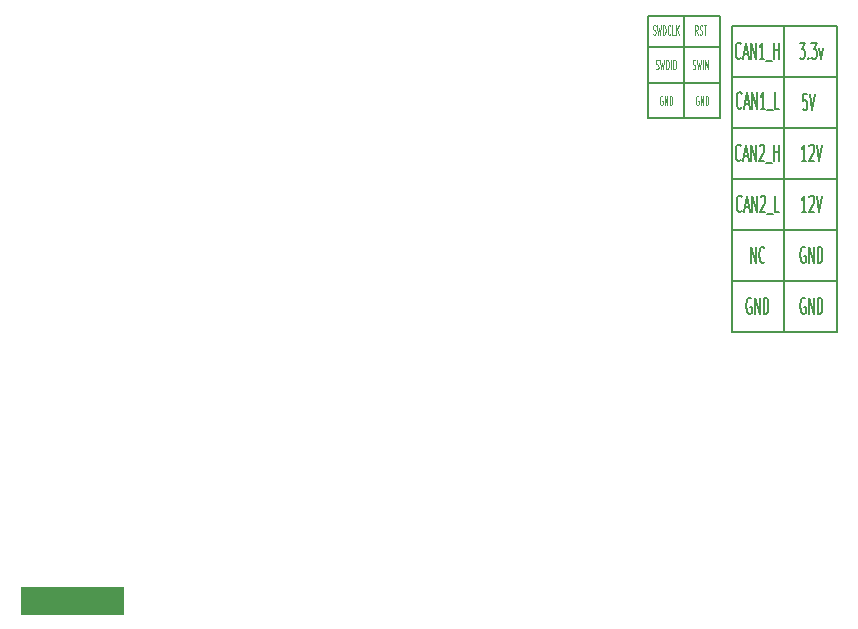
<source format=gbr>
%TF.GenerationSoftware,KiCad,Pcbnew,(5.1.8)-1*%
%TF.CreationDate,2021-11-01T21:13:11+01:00*%
%TF.ProjectId,Dashboard,44617368-626f-4617-9264-2e6b69636164,rev?*%
%TF.SameCoordinates,Original*%
%TF.FileFunction,OtherDrawing,Comment*%
%FSLAX46Y46*%
G04 Gerber Fmt 4.6, Leading zero omitted, Abs format (unit mm)*
G04 Created by KiCad (PCBNEW (5.1.8)-1) date 2021-11-01 21:13:11*
%MOMM*%
%LPD*%
G01*
G04 APERTURE LIST*
%ADD10C,0.175000*%
%ADD11C,0.150000*%
%ADD12C,0.100000*%
%ADD13C,0.010000*%
G04 APERTURE END LIST*
D10*
X240358666Y-53719333D02*
X239958666Y-53719333D01*
X240158666Y-53719333D02*
X240158666Y-52319333D01*
X240092000Y-52519333D01*
X240025333Y-52652666D01*
X239958666Y-52719333D01*
X240625333Y-52452666D02*
X240658666Y-52386000D01*
X240725333Y-52319333D01*
X240892000Y-52319333D01*
X240958666Y-52386000D01*
X240992000Y-52452666D01*
X241025333Y-52586000D01*
X241025333Y-52719333D01*
X240992000Y-52919333D01*
X240592000Y-53719333D01*
X241025333Y-53719333D01*
X241225333Y-52319333D02*
X241458666Y-53719333D01*
X241692000Y-52319333D01*
X235686666Y-61022000D02*
X235620000Y-60955333D01*
X235520000Y-60955333D01*
X235420000Y-61022000D01*
X235353333Y-61155333D01*
X235320000Y-61288666D01*
X235286666Y-61555333D01*
X235286666Y-61755333D01*
X235320000Y-62022000D01*
X235353333Y-62155333D01*
X235420000Y-62288666D01*
X235520000Y-62355333D01*
X235586666Y-62355333D01*
X235686666Y-62288666D01*
X235720000Y-62222000D01*
X235720000Y-61755333D01*
X235586666Y-61755333D01*
X236020000Y-62355333D02*
X236020000Y-60955333D01*
X236420000Y-62355333D01*
X236420000Y-60955333D01*
X236753333Y-62355333D02*
X236753333Y-60955333D01*
X236920000Y-60955333D01*
X237020000Y-61022000D01*
X237086666Y-61155333D01*
X237120000Y-61288666D01*
X237153333Y-61555333D01*
X237153333Y-61755333D01*
X237120000Y-62022000D01*
X237086666Y-62155333D01*
X237020000Y-62288666D01*
X236920000Y-62355333D01*
X236753333Y-62355333D01*
X240258666Y-61022000D02*
X240192000Y-60955333D01*
X240092000Y-60955333D01*
X239992000Y-61022000D01*
X239925333Y-61155333D01*
X239892000Y-61288666D01*
X239858666Y-61555333D01*
X239858666Y-61755333D01*
X239892000Y-62022000D01*
X239925333Y-62155333D01*
X239992000Y-62288666D01*
X240092000Y-62355333D01*
X240158666Y-62355333D01*
X240258666Y-62288666D01*
X240292000Y-62222000D01*
X240292000Y-61755333D01*
X240158666Y-61755333D01*
X240592000Y-62355333D02*
X240592000Y-60955333D01*
X240992000Y-62355333D01*
X240992000Y-60955333D01*
X241325333Y-62355333D02*
X241325333Y-60955333D01*
X241492000Y-60955333D01*
X241592000Y-61022000D01*
X241658666Y-61155333D01*
X241692000Y-61288666D01*
X241725333Y-61555333D01*
X241725333Y-61755333D01*
X241692000Y-62022000D01*
X241658666Y-62155333D01*
X241592000Y-62288666D01*
X241492000Y-62355333D01*
X241325333Y-62355333D01*
X235670000Y-58037333D02*
X235670000Y-56637333D01*
X236070000Y-58037333D01*
X236070000Y-56637333D01*
X236803333Y-57904000D02*
X236770000Y-57970666D01*
X236670000Y-58037333D01*
X236603333Y-58037333D01*
X236503333Y-57970666D01*
X236436666Y-57837333D01*
X236403333Y-57704000D01*
X236370000Y-57437333D01*
X236370000Y-57237333D01*
X236403333Y-56970666D01*
X236436666Y-56837333D01*
X236503333Y-56704000D01*
X236603333Y-56637333D01*
X236670000Y-56637333D01*
X236770000Y-56704000D01*
X236803333Y-56770666D01*
X240258666Y-56704000D02*
X240192000Y-56637333D01*
X240092000Y-56637333D01*
X239992000Y-56704000D01*
X239925333Y-56837333D01*
X239892000Y-56970666D01*
X239858666Y-57237333D01*
X239858666Y-57437333D01*
X239892000Y-57704000D01*
X239925333Y-57837333D01*
X239992000Y-57970666D01*
X240092000Y-58037333D01*
X240158666Y-58037333D01*
X240258666Y-57970666D01*
X240292000Y-57904000D01*
X240292000Y-57437333D01*
X240158666Y-57437333D01*
X240592000Y-58037333D02*
X240592000Y-56637333D01*
X240992000Y-58037333D01*
X240992000Y-56637333D01*
X241325333Y-58037333D02*
X241325333Y-56637333D01*
X241492000Y-56637333D01*
X241592000Y-56704000D01*
X241658666Y-56837333D01*
X241692000Y-56970666D01*
X241725333Y-57237333D01*
X241725333Y-57437333D01*
X241692000Y-57704000D01*
X241658666Y-57837333D01*
X241592000Y-57970666D01*
X241492000Y-58037333D01*
X241325333Y-58037333D01*
X240404666Y-43683333D02*
X240071333Y-43683333D01*
X240038000Y-44350000D01*
X240071333Y-44283333D01*
X240138000Y-44216666D01*
X240304666Y-44216666D01*
X240371333Y-44283333D01*
X240404666Y-44350000D01*
X240438000Y-44483333D01*
X240438000Y-44816666D01*
X240404666Y-44950000D01*
X240371333Y-45016666D01*
X240304666Y-45083333D01*
X240138000Y-45083333D01*
X240071333Y-45016666D01*
X240038000Y-44950000D01*
X240638000Y-43683333D02*
X240871333Y-45083333D01*
X241104666Y-43683333D01*
X240358666Y-49401333D02*
X239958666Y-49401333D01*
X240158666Y-49401333D02*
X240158666Y-48001333D01*
X240092000Y-48201333D01*
X240025333Y-48334666D01*
X239958666Y-48401333D01*
X240625333Y-48134666D02*
X240658666Y-48068000D01*
X240725333Y-48001333D01*
X240892000Y-48001333D01*
X240958666Y-48068000D01*
X240992000Y-48134666D01*
X241025333Y-48268000D01*
X241025333Y-48401333D01*
X240992000Y-48601333D01*
X240592000Y-49401333D01*
X241025333Y-49401333D01*
X241225333Y-48001333D02*
X241458666Y-49401333D01*
X241692000Y-48001333D01*
X239792000Y-39365333D02*
X240225333Y-39365333D01*
X239992000Y-39898666D01*
X240092000Y-39898666D01*
X240158666Y-39965333D01*
X240192000Y-40032000D01*
X240225333Y-40165333D01*
X240225333Y-40498666D01*
X240192000Y-40632000D01*
X240158666Y-40698666D01*
X240092000Y-40765333D01*
X239892000Y-40765333D01*
X239825333Y-40698666D01*
X239792000Y-40632000D01*
X240525333Y-40632000D02*
X240558666Y-40698666D01*
X240525333Y-40765333D01*
X240492000Y-40698666D01*
X240525333Y-40632000D01*
X240525333Y-40765333D01*
X240792000Y-39365333D02*
X241225333Y-39365333D01*
X240992000Y-39898666D01*
X241092000Y-39898666D01*
X241158666Y-39965333D01*
X241192000Y-40032000D01*
X241225333Y-40165333D01*
X241225333Y-40498666D01*
X241192000Y-40632000D01*
X241158666Y-40698666D01*
X241092000Y-40765333D01*
X240892000Y-40765333D01*
X240825333Y-40698666D01*
X240792000Y-40632000D01*
X241458666Y-39832000D02*
X241625333Y-40765333D01*
X241792000Y-39832000D01*
X234886666Y-53586000D02*
X234853333Y-53652666D01*
X234753333Y-53719333D01*
X234686666Y-53719333D01*
X234586666Y-53652666D01*
X234520000Y-53519333D01*
X234486666Y-53386000D01*
X234453333Y-53119333D01*
X234453333Y-52919333D01*
X234486666Y-52652666D01*
X234520000Y-52519333D01*
X234586666Y-52386000D01*
X234686666Y-52319333D01*
X234753333Y-52319333D01*
X234853333Y-52386000D01*
X234886666Y-52452666D01*
X235153333Y-53319333D02*
X235486666Y-53319333D01*
X235086666Y-53719333D02*
X235320000Y-52319333D01*
X235553333Y-53719333D01*
X235786666Y-53719333D02*
X235786666Y-52319333D01*
X236186666Y-53719333D01*
X236186666Y-52319333D01*
X236486666Y-52452666D02*
X236520000Y-52386000D01*
X236586666Y-52319333D01*
X236753333Y-52319333D01*
X236820000Y-52386000D01*
X236853333Y-52452666D01*
X236886666Y-52586000D01*
X236886666Y-52719333D01*
X236853333Y-52919333D01*
X236453333Y-53719333D01*
X236886666Y-53719333D01*
X237020000Y-53852666D02*
X237553333Y-53852666D01*
X238053333Y-53719333D02*
X237720000Y-53719333D01*
X237720000Y-52319333D01*
X234803333Y-49268000D02*
X234770000Y-49334666D01*
X234670000Y-49401333D01*
X234603333Y-49401333D01*
X234503333Y-49334666D01*
X234436666Y-49201333D01*
X234403333Y-49068000D01*
X234370000Y-48801333D01*
X234370000Y-48601333D01*
X234403333Y-48334666D01*
X234436666Y-48201333D01*
X234503333Y-48068000D01*
X234603333Y-48001333D01*
X234670000Y-48001333D01*
X234770000Y-48068000D01*
X234803333Y-48134666D01*
X235070000Y-49001333D02*
X235403333Y-49001333D01*
X235003333Y-49401333D02*
X235236666Y-48001333D01*
X235470000Y-49401333D01*
X235703333Y-49401333D02*
X235703333Y-48001333D01*
X236103333Y-49401333D01*
X236103333Y-48001333D01*
X236403333Y-48134666D02*
X236436666Y-48068000D01*
X236503333Y-48001333D01*
X236670000Y-48001333D01*
X236736666Y-48068000D01*
X236770000Y-48134666D01*
X236803333Y-48268000D01*
X236803333Y-48401333D01*
X236770000Y-48601333D01*
X236370000Y-49401333D01*
X236803333Y-49401333D01*
X236936666Y-49534666D02*
X237470000Y-49534666D01*
X237636666Y-49401333D02*
X237636666Y-48001333D01*
X237636666Y-48668000D02*
X238036666Y-48668000D01*
X238036666Y-49401333D02*
X238036666Y-48001333D01*
X234886666Y-44828500D02*
X234853333Y-44895166D01*
X234753333Y-44961833D01*
X234686666Y-44961833D01*
X234586666Y-44895166D01*
X234520000Y-44761833D01*
X234486666Y-44628500D01*
X234453333Y-44361833D01*
X234453333Y-44161833D01*
X234486666Y-43895166D01*
X234520000Y-43761833D01*
X234586666Y-43628500D01*
X234686666Y-43561833D01*
X234753333Y-43561833D01*
X234853333Y-43628500D01*
X234886666Y-43695166D01*
X235153333Y-44561833D02*
X235486666Y-44561833D01*
X235086666Y-44961833D02*
X235320000Y-43561833D01*
X235553333Y-44961833D01*
X235786666Y-44961833D02*
X235786666Y-43561833D01*
X236186666Y-44961833D01*
X236186666Y-43561833D01*
X236886666Y-44961833D02*
X236486666Y-44961833D01*
X236686666Y-44961833D02*
X236686666Y-43561833D01*
X236620000Y-43761833D01*
X236553333Y-43895166D01*
X236486666Y-43961833D01*
X237020000Y-45095166D02*
X237553333Y-45095166D01*
X238053333Y-44961833D02*
X237720000Y-44961833D01*
X237720000Y-43561833D01*
X234803333Y-40632000D02*
X234770000Y-40698666D01*
X234670000Y-40765333D01*
X234603333Y-40765333D01*
X234503333Y-40698666D01*
X234436666Y-40565333D01*
X234403333Y-40432000D01*
X234370000Y-40165333D01*
X234370000Y-39965333D01*
X234403333Y-39698666D01*
X234436666Y-39565333D01*
X234503333Y-39432000D01*
X234603333Y-39365333D01*
X234670000Y-39365333D01*
X234770000Y-39432000D01*
X234803333Y-39498666D01*
X235070000Y-40365333D02*
X235403333Y-40365333D01*
X235003333Y-40765333D02*
X235236666Y-39365333D01*
X235470000Y-40765333D01*
X235703333Y-40765333D02*
X235703333Y-39365333D01*
X236103333Y-40765333D01*
X236103333Y-39365333D01*
X236803333Y-40765333D02*
X236403333Y-40765333D01*
X236603333Y-40765333D02*
X236603333Y-39365333D01*
X236536666Y-39565333D01*
X236470000Y-39698666D01*
X236403333Y-39765333D01*
X236936666Y-40898666D02*
X237470000Y-40898666D01*
X237636666Y-40765333D02*
X237636666Y-39365333D01*
X237636666Y-40032000D02*
X238036666Y-40032000D01*
X238036666Y-40765333D02*
X238036666Y-39365333D01*
D11*
X238506000Y-42240200D02*
X238506000Y-37947600D01*
X234061000Y-42240200D02*
X242951000Y-42240200D01*
X242951000Y-42240200D02*
X242951000Y-37947600D01*
X242951000Y-37947600D02*
X234086400Y-37947600D01*
X234061000Y-37947600D02*
X234061000Y-42240200D01*
X238506000Y-46558200D02*
X238506000Y-42265600D01*
X242951000Y-42265600D02*
X234086400Y-42265600D01*
X234061000Y-37922200D02*
X242951000Y-37922200D01*
X234061000Y-42265600D02*
X234061000Y-46558200D01*
X242951000Y-46558200D02*
X242951000Y-42265600D01*
X234061000Y-46558200D02*
X242951000Y-46558200D01*
X238506000Y-50876200D02*
X238506000Y-46583600D01*
X234061000Y-50876200D02*
X242951000Y-50876200D01*
X242951000Y-50876200D02*
X242951000Y-46583600D01*
X242951000Y-46583600D02*
X234086400Y-46583600D01*
X234061000Y-46583600D02*
X234061000Y-50876200D01*
X238506000Y-55194200D02*
X238506000Y-50901600D01*
X242951000Y-50901600D02*
X234086400Y-50901600D01*
X234061000Y-50901600D02*
X234061000Y-55194200D01*
X242951000Y-55194200D02*
X242951000Y-50901600D01*
X234061000Y-55194200D02*
X242951000Y-55194200D01*
X238506000Y-59512200D02*
X238506000Y-55219600D01*
X242951000Y-55219600D02*
X234086400Y-55219600D01*
X234061000Y-55219600D02*
X234061000Y-59512200D01*
X242951000Y-59512200D02*
X242951000Y-55219600D01*
X234061000Y-59512200D02*
X242951000Y-59512200D01*
X242951000Y-59537600D02*
X234086400Y-59537600D01*
X238506000Y-63830200D02*
X238506000Y-59537600D01*
X242951000Y-63830200D02*
X242951000Y-59537600D01*
X234061000Y-63830200D02*
X242951000Y-63830200D01*
X234061000Y-59537600D02*
X234061000Y-63830200D01*
D12*
X231216238Y-43923000D02*
X231178142Y-43884904D01*
X231121000Y-43884904D01*
X231063857Y-43923000D01*
X231025761Y-43999190D01*
X231006714Y-44075380D01*
X230987666Y-44227761D01*
X230987666Y-44342047D01*
X231006714Y-44494428D01*
X231025761Y-44570619D01*
X231063857Y-44646809D01*
X231121000Y-44684904D01*
X231159095Y-44684904D01*
X231216238Y-44646809D01*
X231235285Y-44608714D01*
X231235285Y-44342047D01*
X231159095Y-44342047D01*
X231406714Y-44684904D02*
X231406714Y-43884904D01*
X231635285Y-44684904D01*
X231635285Y-43884904D01*
X231825761Y-44684904D02*
X231825761Y-43884904D01*
X231921000Y-43884904D01*
X231978142Y-43923000D01*
X232016238Y-43999190D01*
X232035285Y-44075380D01*
X232054333Y-44227761D01*
X232054333Y-44342047D01*
X232035285Y-44494428D01*
X232016238Y-44570619D01*
X231978142Y-44646809D01*
X231921000Y-44684904D01*
X231825761Y-44684904D01*
X228168238Y-43923000D02*
X228130142Y-43884904D01*
X228073000Y-43884904D01*
X228015857Y-43923000D01*
X227977761Y-43999190D01*
X227958714Y-44075380D01*
X227939666Y-44227761D01*
X227939666Y-44342047D01*
X227958714Y-44494428D01*
X227977761Y-44570619D01*
X228015857Y-44646809D01*
X228073000Y-44684904D01*
X228111095Y-44684904D01*
X228168238Y-44646809D01*
X228187285Y-44608714D01*
X228187285Y-44342047D01*
X228111095Y-44342047D01*
X228358714Y-44684904D02*
X228358714Y-43884904D01*
X228587285Y-44684904D01*
X228587285Y-43884904D01*
X228777761Y-44684904D02*
X228777761Y-43884904D01*
X228873000Y-43884904D01*
X228930142Y-43923000D01*
X228968238Y-43999190D01*
X228987285Y-44075380D01*
X229006333Y-44227761D01*
X229006333Y-44342047D01*
X228987285Y-44494428D01*
X228968238Y-44570619D01*
X228930142Y-44646809D01*
X228873000Y-44684904D01*
X228777761Y-44684904D01*
X230727333Y-41598809D02*
X230784476Y-41636904D01*
X230879714Y-41636904D01*
X230917809Y-41598809D01*
X230936857Y-41560714D01*
X230955904Y-41484523D01*
X230955904Y-41408333D01*
X230936857Y-41332142D01*
X230917809Y-41294047D01*
X230879714Y-41255952D01*
X230803523Y-41217857D01*
X230765428Y-41179761D01*
X230746380Y-41141666D01*
X230727333Y-41065476D01*
X230727333Y-40989285D01*
X230746380Y-40913095D01*
X230765428Y-40875000D01*
X230803523Y-40836904D01*
X230898761Y-40836904D01*
X230955904Y-40875000D01*
X231089238Y-40836904D02*
X231184476Y-41636904D01*
X231260666Y-41065476D01*
X231336857Y-41636904D01*
X231432095Y-40836904D01*
X231584476Y-41636904D02*
X231584476Y-40836904D01*
X231774952Y-41636904D02*
X231774952Y-40836904D01*
X231908285Y-41408333D01*
X232041619Y-40836904D01*
X232041619Y-41636904D01*
X227625380Y-41598809D02*
X227682523Y-41636904D01*
X227777761Y-41636904D01*
X227815857Y-41598809D01*
X227834904Y-41560714D01*
X227853952Y-41484523D01*
X227853952Y-41408333D01*
X227834904Y-41332142D01*
X227815857Y-41294047D01*
X227777761Y-41255952D01*
X227701571Y-41217857D01*
X227663476Y-41179761D01*
X227644428Y-41141666D01*
X227625380Y-41065476D01*
X227625380Y-40989285D01*
X227644428Y-40913095D01*
X227663476Y-40875000D01*
X227701571Y-40836904D01*
X227796809Y-40836904D01*
X227853952Y-40875000D01*
X227987285Y-40836904D02*
X228082523Y-41636904D01*
X228158714Y-41065476D01*
X228234904Y-41636904D01*
X228330142Y-40836904D01*
X228482523Y-41636904D02*
X228482523Y-40836904D01*
X228577761Y-40836904D01*
X228634904Y-40875000D01*
X228673000Y-40951190D01*
X228692047Y-41027380D01*
X228711095Y-41179761D01*
X228711095Y-41294047D01*
X228692047Y-41446428D01*
X228673000Y-41522619D01*
X228634904Y-41598809D01*
X228577761Y-41636904D01*
X228482523Y-41636904D01*
X228882523Y-41636904D02*
X228882523Y-40836904D01*
X229149190Y-40836904D02*
X229225380Y-40836904D01*
X229263476Y-40875000D01*
X229301571Y-40951190D01*
X229320619Y-41103571D01*
X229320619Y-41370238D01*
X229301571Y-41522619D01*
X229263476Y-41598809D01*
X229225380Y-41636904D01*
X229149190Y-41636904D01*
X229111095Y-41598809D01*
X229073000Y-41522619D01*
X229053952Y-41370238D01*
X229053952Y-41103571D01*
X229073000Y-40951190D01*
X229111095Y-40875000D01*
X229149190Y-40836904D01*
X231174952Y-38715904D02*
X231041619Y-38334952D01*
X230946380Y-38715904D02*
X230946380Y-37915904D01*
X231098761Y-37915904D01*
X231136857Y-37954000D01*
X231155904Y-37992095D01*
X231174952Y-38068285D01*
X231174952Y-38182571D01*
X231155904Y-38258761D01*
X231136857Y-38296857D01*
X231098761Y-38334952D01*
X230946380Y-38334952D01*
X231327333Y-38677809D02*
X231384476Y-38715904D01*
X231479714Y-38715904D01*
X231517809Y-38677809D01*
X231536857Y-38639714D01*
X231555904Y-38563523D01*
X231555904Y-38487333D01*
X231536857Y-38411142D01*
X231517809Y-38373047D01*
X231479714Y-38334952D01*
X231403523Y-38296857D01*
X231365428Y-38258761D01*
X231346380Y-38220666D01*
X231327333Y-38144476D01*
X231327333Y-38068285D01*
X231346380Y-37992095D01*
X231365428Y-37954000D01*
X231403523Y-37915904D01*
X231498761Y-37915904D01*
X231555904Y-37954000D01*
X231670190Y-37915904D02*
X231898761Y-37915904D01*
X231784476Y-38715904D02*
X231784476Y-37915904D01*
X227368238Y-38677809D02*
X227425380Y-38715904D01*
X227520619Y-38715904D01*
X227558714Y-38677809D01*
X227577761Y-38639714D01*
X227596809Y-38563523D01*
X227596809Y-38487333D01*
X227577761Y-38411142D01*
X227558714Y-38373047D01*
X227520619Y-38334952D01*
X227444428Y-38296857D01*
X227406333Y-38258761D01*
X227387285Y-38220666D01*
X227368238Y-38144476D01*
X227368238Y-38068285D01*
X227387285Y-37992095D01*
X227406333Y-37954000D01*
X227444428Y-37915904D01*
X227539666Y-37915904D01*
X227596809Y-37954000D01*
X227730142Y-37915904D02*
X227825380Y-38715904D01*
X227901571Y-38144476D01*
X227977761Y-38715904D01*
X228073000Y-37915904D01*
X228225380Y-38715904D02*
X228225380Y-37915904D01*
X228320619Y-37915904D01*
X228377761Y-37954000D01*
X228415857Y-38030190D01*
X228434904Y-38106380D01*
X228453952Y-38258761D01*
X228453952Y-38373047D01*
X228434904Y-38525428D01*
X228415857Y-38601619D01*
X228377761Y-38677809D01*
X228320619Y-38715904D01*
X228225380Y-38715904D01*
X228853952Y-38639714D02*
X228834904Y-38677809D01*
X228777761Y-38715904D01*
X228739666Y-38715904D01*
X228682523Y-38677809D01*
X228644428Y-38601619D01*
X228625380Y-38525428D01*
X228606333Y-38373047D01*
X228606333Y-38258761D01*
X228625380Y-38106380D01*
X228644428Y-38030190D01*
X228682523Y-37954000D01*
X228739666Y-37915904D01*
X228777761Y-37915904D01*
X228834904Y-37954000D01*
X228853952Y-37992095D01*
X229215857Y-38715904D02*
X229025380Y-38715904D01*
X229025380Y-37915904D01*
X229349190Y-38715904D02*
X229349190Y-37915904D01*
X229577761Y-38715904D02*
X229406333Y-38258761D01*
X229577761Y-37915904D02*
X229349190Y-38373047D01*
D11*
X233045000Y-39751000D02*
X226949000Y-39751000D01*
X226949000Y-42799000D02*
X233045000Y-42799000D01*
X229997000Y-37084000D02*
X229997000Y-45720000D01*
X233045000Y-45720000D02*
X233045000Y-37084000D01*
X233045000Y-45720000D02*
X226949000Y-45720000D01*
X226949000Y-37084000D02*
X226949000Y-45720000D01*
X226949000Y-37084000D02*
X233045000Y-37084000D01*
D13*
%TO.C,J8*%
G36*
X182534170Y-87744000D02*
G01*
X173826000Y-87744000D01*
X173826000Y-85445790D01*
X182534170Y-85445790D01*
X182534170Y-87744000D01*
G37*
X182534170Y-87744000D02*
X173826000Y-87744000D01*
X173826000Y-85445790D01*
X182534170Y-85445790D01*
X182534170Y-87744000D01*
%TD*%
M02*

</source>
